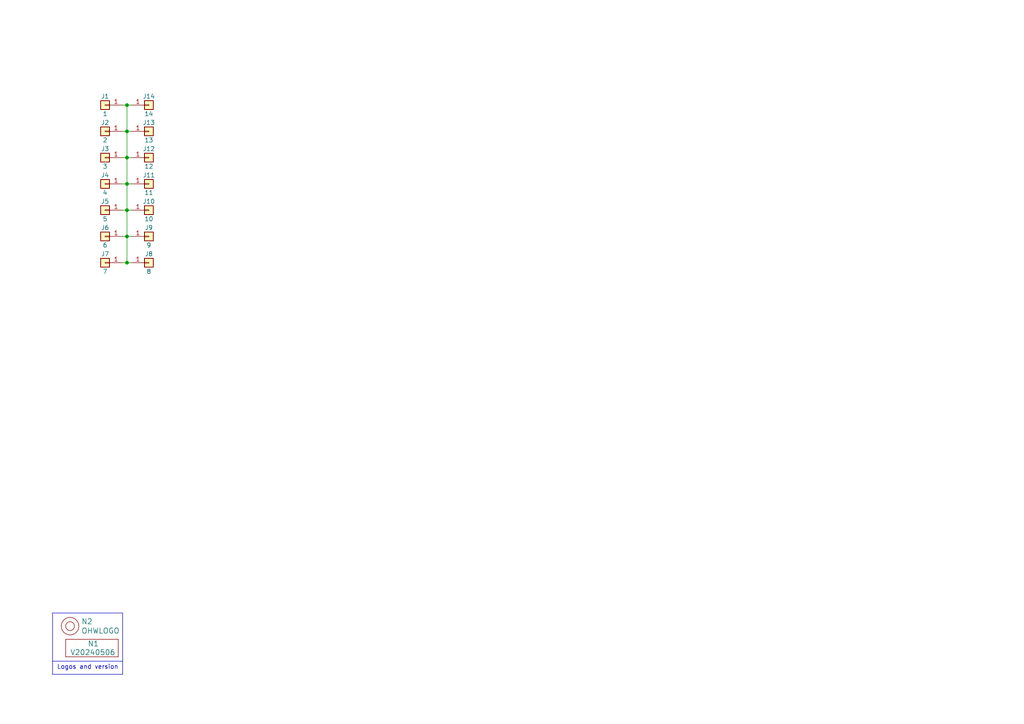
<source format=kicad_sch>
(kicad_sch (version 20230121) (generator eeschema)
  (paper "A4")
  (lib_symbols
    (symbol "Connector_Generic:Conn_01x01" (pin_names (offset 1.016) hide)
      (property "Reference" "J" (at 0 2.54 0))
      (property "Value" "Conn_01x01" (at 0 -2.54 0))
      (symbol "Conn_01x01_1_1"
        (rectangle (start -1.27 0.127) (end 0 -0.127) (stroke (width 0.1524)))
        (rectangle (start -1.27 1.27) (end 1.27 -1.27) (stroke (width 0.254)) (fill (type background)))
        (pin passive line (at -5.08 0 0) (length 3.81) (name "Pin_1") (number "1"))
      )
    )
    (symbol "SquantorLabels:OHWLOGO" (pin_names (offset 1.016))
      (property "Reference" "N" (at 0 3.81 0))
      (property "Value" "OHWLOGO" (at 0 -3.81 0))
      (symbol "OHWLOGO_0_1"
        (circle (center 0 0) (radius 1.27))
        (circle (center 0 0) (radius 2.54))
      )
    )
    (symbol "SquantorLabels:VYYYYMMDD" (pin_names (offset 1.016))
      (property "Reference" "N" (at 0 2.54 0))
      (property "Value" "VYYYYMMDD" (at 0 0 0))
      (symbol "VYYYYMMDD_0_1"
        (rectangle (start 7.62 -1.27) (end -7.62 3.81))
      )
    )
  )
  (junction (at 36.83 68.58))
  (junction (at 36.83 30.48))
  (junction (at 36.83 60.96))
  (junction (at 36.83 38.1))
  (junction (at 36.83 53.34))
  (junction (at 36.83 76.2))
  (junction (at 36.83 45.72))
  (wire (pts (xy 36.83 53.34) (xy 38.1 53.34)))
  (wire (pts (xy 36.83 68.58) (xy 38.1 68.58)))
  (wire (pts (xy 36.83 38.1) (xy 38.1 38.1)))
  (wire (pts (xy 36.83 45.72) (xy 35.56 45.72)))
  (wire (pts (xy 36.83 68.58) (xy 36.83 76.2)))
  (wire (pts (xy 36.83 76.2) (xy 35.56 76.2)))
  (wire (pts (xy 36.83 53.34) (xy 36.83 45.72)))
  (wire (pts (xy 36.83 60.96) (xy 38.1 60.96)))
  (wire (pts (xy 36.83 68.58) (xy 35.56 68.58)))
  (wire (pts (xy 36.83 76.2) (xy 38.1 76.2)))
  (wire (pts (xy 36.83 38.1) (xy 35.56 38.1)))
  (wire (pts (xy 36.83 38.1) (xy 36.83 45.72)))
  (wire (pts (xy 36.83 30.48) (xy 36.83 38.1)))
  (polyline (pts (xy 15.24 191.77) (xy 35.56 191.77)))
  (wire (pts (xy 36.83 30.48) (xy 38.1 30.48)))
  (polyline (pts (xy 35.56 195.58) (xy 35.56 177.8)))
  (wire (pts (xy 36.83 45.72) (xy 38.1 45.72)))
  (polyline (pts (xy 15.24 195.58) (xy 35.56 195.58)))
  (wire (pts (xy 35.56 30.48) (xy 36.83 30.48)))
  (polyline (pts (xy 35.56 177.8) (xy 15.24 177.8)))
  (wire (pts (xy 36.83 60.96) (xy 35.56 60.96)))
  (wire (pts (xy 36.83 53.34) (xy 36.83 60.96)))
  (polyline (pts (xy 15.24 177.8) (xy 15.24 195.58)))
  (wire (pts (xy 35.56 53.34) (xy 36.83 53.34)))
  (wire (pts (xy 36.83 60.96) (xy 36.83 68.58)))
  (text "Logos and version" (at 16.51 194.31 0) (effects (font (size 1.27 1.27)) (justify left bottom)))
  (symbol (lib_id "SquantorLabels:VYYYYMMDD") (at 26.67 189.23 0) (unit 1)
    (property "Reference" "N1" (at 25.4 186.69 0) (effects (font (size 1.524 1.524)) (justify left)))
    (property "Value" "V20240506" (at 20.32 189.23 0) (effects (font (size 1.524 1.524)) (justify left)))
    (property "Footprint" "SquantorLabels:Label_Generic" (effects hide))
  )
  (symbol (lib_id "SquantorLabels:OHWLOGO") (at 20.32 181.61 0) (unit 1)
    (property "Reference" "N2" (at 23.5712 180.2638 0) (effects (font (size 1.524 1.524)) (justify left)))
    (property "Value" "OHWLOGO" (at 23.5712 182.9562 0) (effects (font (size 1.524 1.524)) (justify left)))
    (property "Footprint" "Symbol:OSHW-Symbol_6.7x6mm_SilkScreen" (effects hide))
  )
  (symbol (lib_id "Connector_Generic:Conn_01x01") (at 30.48 38.1 180) (unit 1)
    (property "Reference" "J2" (at 30.48 35.56 0))
    (property "Value" "2" (at 30.48 40.64 0))
    (property "Footprint" "mill-max:PC_pin_nail_head_6092" (effects hide))
  )
  (symbol (lib_id "Connector_Generic:Conn_01x01") (at 30.48 30.48 180) (unit 1)
    (property "Reference" "J1" (at 30.48 27.94 0))
    (property "Value" "1" (at 30.48 33.02 0))
    (property "Footprint" "mill-max:PC_pin_nail_head_6092" (effects hide))
  )
  (symbol (lib_id "Connector_Generic:Conn_01x01") (at 30.48 45.72 0) (mirror y) (unit 1)
    (property "Reference" "J3" (at 30.48 43.18 0))
    (property "Value" "3" (at 30.48 48.26 0))
    (property "Footprint" "mill-max:PC_pin_nail_head_6092" (effects hide))
  )
  (symbol (lib_id "Connector_Generic:Conn_01x01") (at 30.48 53.34 0) (mirror y) (unit 1)
    (property "Reference" "J4" (at 30.48 50.8 0))
    (property "Value" "4" (at 30.48 55.88 0))
    (property "Footprint" "mill-max:PC_pin_nail_head_6092" (effects hide))
  )
  (symbol (lib_id "Connector_Generic:Conn_01x01") (at 30.48 60.96 180) (unit 1)
    (property "Reference" "J5" (at 30.48 58.42 0))
    (property "Value" "5" (at 30.48 63.5 0))
    (property "Footprint" "mill-max:PC_pin_nail_head_6092" (effects hide))
  )
  (symbol (lib_id "Connector_Generic:Conn_01x01") (at 30.48 68.58 0) (mirror y) (unit 1)
    (property "Reference" "J6" (at 30.48 66.04 0))
    (property "Value" "6" (at 30.48 71.12 0))
    (property "Footprint" "mill-max:PC_pin_nail_head_6092" (effects hide))
  )
  (symbol (lib_id "Connector_Generic:Conn_01x01") (at 43.18 53.34 0) (mirror x) (unit 1)
    (property "Reference" "J11" (at 43.18 50.8 0))
    (property "Value" "11" (at 43.18 55.88 0))
    (property "Footprint" "mill-max:PC_pin_nail_head_6092" (effects hide))
  )
  (symbol (lib_id "Connector_Generic:Conn_01x01") (at 43.18 30.48 0) (mirror x) (unit 1)
    (property "Reference" "J14" (at 43.18 27.94 0))
    (property "Value" "14" (at 43.18 33.02 0))
    (property "Footprint" "mill-max:PC_pin_nail_head_6092" (effects hide))
  )
  (symbol (lib_id "Connector_Generic:Conn_01x01") (at 43.18 45.72 0) (mirror x) (unit 1)
    (property "Reference" "J12" (at 43.18 43.18 0))
    (property "Value" "12" (at 43.18 48.26 0))
    (property "Footprint" "mill-max:PC_pin_nail_head_6092" (effects hide))
  )
  (symbol (lib_id "Connector_Generic:Conn_01x01") (at 43.18 38.1 0) (mirror x) (unit 1)
    (property "Reference" "J13" (at 43.18 35.56 0))
    (property "Value" "13" (at 43.18 40.64 0))
    (property "Footprint" "mill-max:PC_pin_nail_head_6092" (effects hide))
  )
  (symbol (lib_id "Connector_Generic:Conn_01x01") (at 43.18 68.58 0) (mirror x) (unit 1)
    (property "Reference" "J9" (at 43.18 66.04 0))
    (property "Value" "9" (at 43.18 71.12 0))
    (property "Footprint" "mill-max:PC_pin_nail_head_6092" (effects hide))
  )
  (symbol (lib_id "Connector_Generic:Conn_01x01") (at 30.48 76.2 0) (mirror y) (unit 1)
    (property "Reference" "J7" (at 30.48 73.66 0))
    (property "Value" "7" (at 30.48 78.74 0))
    (property "Footprint" "mill-max:PC_pin_nail_head_6092" (effects hide))
  )
  (symbol (lib_id "Connector_Generic:Conn_01x01") (at 43.18 76.2 0) (mirror x) (unit 1)
    (property "Reference" "J8" (at 43.18 73.66 0))
    (property "Value" "8" (at 43.18 78.74 0))
    (property "Footprint" "mill-max:PC_pin_nail_head_6092" (effects hide))
  )
  (symbol (lib_id "Connector_Generic:Conn_01x01") (at 43.18 60.96 0) (mirror x) (unit 1)
    (property "Reference" "J10" (at 43.18 58.42 0))
    (property "Value" "10" (at 43.18 63.5 0))
    (property "Footprint" "mill-max:PC_pin_nail_head_6092" (effects hide))
  )
)
</source>
